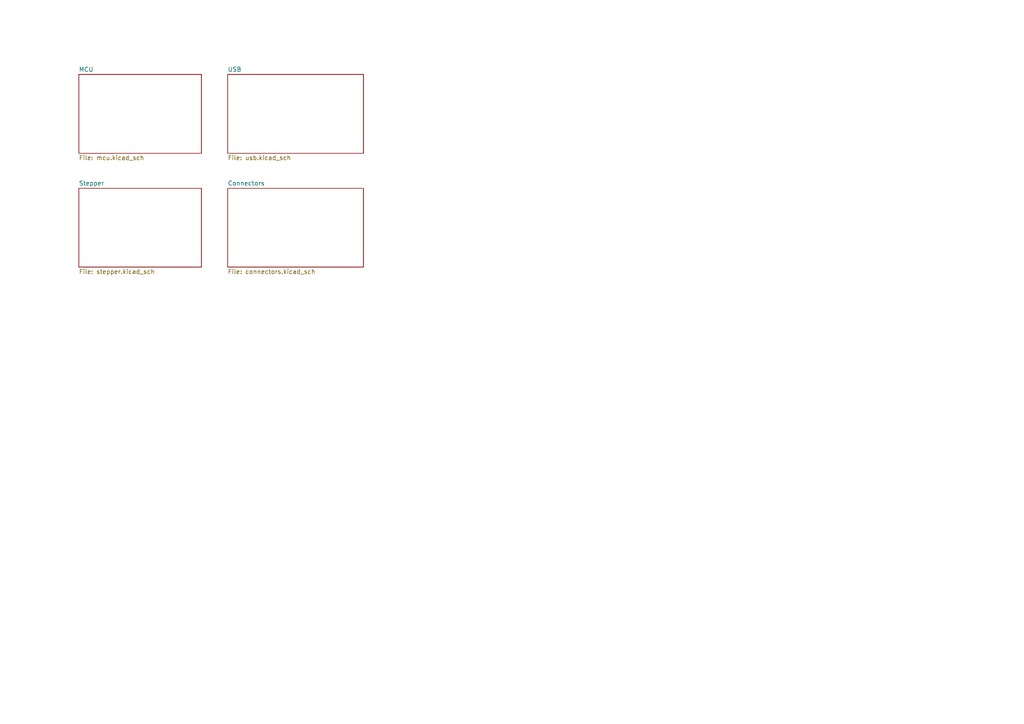
<source format=kicad_sch>
(kicad_sch (version 20230121) (generator eeschema)
  (paper "A4")
  (lib_symbols)
  (sheet (at 22.86 21.59) (size 35.56 22.86) (stroke (width 0.1524))
    (property "Sheetname" "MCU" (at 22.86 20.8784 0) (effects (justify left bottom)))
    (property "Sheetfile" "mcu.kicad_sch" (at 22.86 45.0346 0) (effects (justify left top)))
  )
  (sheet (at 22.86 54.61) (size 35.56 22.86) (stroke (width 0.1524))
    (property "Sheetname" "Stepper" (at 22.86 53.8984 0) (effects (justify left bottom)))
    (property "Sheetfile" "stepper.kicad_sch" (at 22.86 78.0546 0) (effects (justify left top)))
  )
  (sheet (at 66.04 21.59) (size 39.37 22.86) (stroke (width 0.1524))
    (property "Sheetname" "USB" (at 66.04 20.8784 0) (effects (justify left bottom)))
    (property "Sheetfile" "usb.kicad_sch" (at 66.04 45.0346 0) (effects (justify left top)))
  )
  (sheet (at 66.04 54.61) (size 39.37 22.86) (stroke (width 0.1524))
    (property "Sheetname" "Connectors" (at 66.04 53.8984 0) (effects (justify left bottom)))
    (property "Sheetfile" "connectors.kicad_sch" (at 66.04 78.0546 0) (effects (justify left top)))
  )
)
</source>
